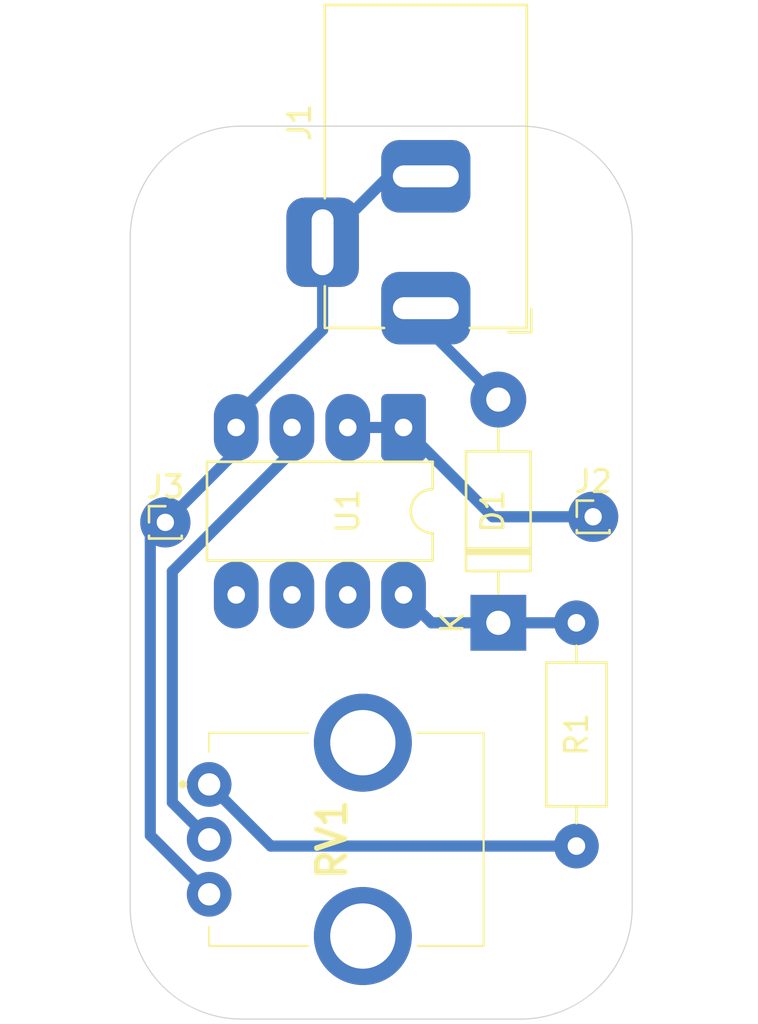
<source format=kicad_pcb>
(kicad_pcb (version 20241229) (generator "pcbnew") (generator_version "9.0")
  (layers (0 "F.Cu" signal) (2 "B.Cu" signal) (13 "F.Paste" user) (15 "B.Paste" user) (5 "F.SilkS" user "F.Silkscreen") (7 "B.SilkS" user "B.Silkscreen") (1 "F.Mask" user) (3 "B.Mask" user) (25 "Edge.Cuts" user))
  (net 0 "")
  (net 1 "VCC")
  (net 2 "Net-(D1-A)")
  (net 3 "GND")
  (net 4 "Net-(U1A-+)")
  (net 5 "Net-(R1-Pad2)")
  (net 6 "Net-(J2-Pin_1)")
  (footprint "MountingHole:MountingHole_2.2mm_M2" (layer "F.Cu") (at 29.21 29.21)
    (property "Reference" "REF**" (hide yes))
    (property "Value" "MountingHole_2.2mm_M2")
    (pad "" np_thru_hole circle (at 0 0) (size 2.2 2.2) (drill 2.2) (layers "*.Cu" "*.Mask"))
  )
  (footprint "Package_DIP:DIP-8_W7.62mm_LongPads" (layer "F.Cu") (at 37.846 39.116 -90)
    (property "Reference" "U1" (at 3.81 2.54 90) (layer "F.SilkS"))
    (property "Value" "LM358")
    (fp_line (start 1.56 8.95) (end 6.06 8.95) (stroke (width 0.12)) (layer "F.SilkS"))
    (fp_line (start 6.06 8.95) (end 6.06 -1.33) (stroke (width 0.12)) (layer "F.SilkS"))
    (fp_line (start 1.56 -1.33) (end 1.56 8.95) (stroke (width 0.12)) (layer "F.SilkS"))
    (fp_line (start 2.81 -1.33) (end 1.56 -1.33) (stroke (width 0.12)) (layer "F.SilkS"))
    (fp_line (start 6.06 -1.33) (end 4.81 -1.33) (stroke (width 0.12)) (layer "F.SilkS"))
    (fp_arc (start 4.81 -1.33) (mid 3.81 -0.33) (end 2.81 -1.33) (stroke (width 0.12)) (layer "F.SilkS"))
    (pad "1" thru_hole roundrect (at 0 0 270) (size 3.048 2.032) (drill 0.8) (layers "*.Cu" "*.Mask") (roundrect_rratio 0.1230314961) (net 6 "Net-(J2-Pin_1)"))
    (pad "2" thru_hole oval (at 0 2.54 270) (size 3.048 2.032) (drill 0.8) (layers "*.Cu" "*.Mask") (net 6 "Net-(J2-Pin_1)"))
    (pad "3" thru_hole oval (at 0 5.08 270) (size 3.048 2.032) (drill 0.8) (layers "*.Cu" "*.Mask") (net 4 "Net-(U1A-+)"))
    (pad "4" thru_hole oval (at 0 7.62 270) (size 3.048 2.032) (drill 0.8) (layers "*.Cu" "*.Mask") (net 3 "GND"))
    (pad "5" thru_hole oval (at 7.62 7.62 270) (size 3.048 2.032) (drill 0.8) (layers "*.Cu" "*.Mask"))
    (pad "6" thru_hole oval (at 7.62 5.08 270) (size 3.048 2.032) (drill 0.8) (layers "*.Cu" "*.Mask"))
    (pad "7" thru_hole oval (at 7.62 2.54 270) (size 3.048 2.032) (drill 0.8) (layers "*.Cu" "*.Mask"))
    (pad "8" thru_hole oval (at 7.62 0 270) (size 3.048 2.032) (drill 0.8) (layers "*.Cu" "*.Mask") (net 1 "VCC"))
  )
  (footprint "MountingHole:MountingHole_2.2mm_M2" (layer "F.Cu") (at 44.45 62.23)
    (property "Reference" "REF**" (hide yes))
    (property "Value" "MountingHole_2.2mm_M2")
    (pad "" np_thru_hole circle (at 0 0) (size 2.2 2.2) (drill 2.2) (layers "*.Cu" "*.Mask"))
  )
  (footprint "Resistor_THT:R_Axial_DIN0207_L6.3mm_D2.5mm_P10.16mm_Horizontal" (layer "F.Cu") (at 45.72 48.006 -90)
    (property "Reference" "R1" (at 5.08 0 90) (layer "F.SilkS"))
    (property "Value" "3k")
    (fp_line (start 1.81 1.37) (end 8.35 1.37) (stroke (width 0.12)) (layer "F.SilkS"))
    (fp_line (start 8.35 1.37) (end 8.35 -1.37) (stroke (width 0.12)) (layer "F.SilkS"))
    (fp_line (start 1.04 0) (end 1.81 0) (stroke (width 0.12)) (layer "F.SilkS"))
    (fp_line (start 9.12 0) (end 8.35 0) (stroke (width 0.12)) (layer "F.SilkS"))
    (fp_line (start 1.81 -1.37) (end 1.81 1.37) (stroke (width 0.12)) (layer "F.SilkS"))
    (fp_line (start 8.35 -1.37) (end 1.81 -1.37) (stroke (width 0.12)) (layer "F.SilkS"))
    (pad "1" thru_hole circle (at 0 0 270) (size 2.032 2.032) (drill 0.8) (layers "*.Cu" "*.Mask") (net 1 "VCC"))
    (pad "2" thru_hole circle (at 10.16 0 270) (size 2.032 2.032) (drill 0.8) (layers "*.Cu" "*.Mask") (net 5 "Net-(R1-Pad2)"))
  )
  (footprint "Connector_BarrelJack:BarrelJack_Horizontal" (layer "F.Cu") (at 38.862 33.686 -90)
    (property "Reference" "J1" (at -8.45 5.75 90) (layer "F.SilkS"))
    (property "Value" "Barrel_Jack_Switch")
    (fp_line (start -13.8 4.6) (end -13.8 -4.6) (stroke (width 0.12)) (layer "F.SilkS"))
    (fp_line (start -5 4.6) (end -13.8 4.6) (stroke (width 0.12)) (layer "F.SilkS"))
    (fp_line (start 0.9 4.6) (end -1 4.6) (stroke (width 0.12)) (layer "F.SilkS"))
    (fp_line (start 0.9 1.9) (end 0.9 4.6) (stroke (width 0.12)) (layer "F.SilkS"))
    (fp_line (start 1.1 -3.75) (end 1.1 -4.8) (stroke (width 0.12)) (layer "F.SilkS"))
    (fp_line (start -13.8 -4.6) (end 0.9 -4.6) (stroke (width 0.12)) (layer "F.SilkS"))
    (fp_line (start 0.9 -4.6) (end 0.9 -2) (stroke (width 0.12)) (layer "F.SilkS"))
    (fp_line (start 0.05 -4.8) (end 1.1 -4.8) (stroke (width 0.12)) (layer "F.SilkS"))
    (pad "1" thru_hole roundrect (at 0 0 270) (size 3.302 4.064) (drill oval 1 3) (layers "*.Cu" "*.Mask") (net 2 "Net-(D1-A)"))
    (pad "2" thru_hole roundrect (at -6 0 270) (size 3.302 4.064) (drill oval 1 3) (layers "*.Cu" "*.Mask") (net 3 "GND"))
    (pad "3" thru_hole roundrect (at -3 4.7) (size 3.302 4.064) (drill oval 1 3) (layers "*.Cu" "*.Mask") (net 3 "GND"))
  )
  (footprint "SamacSys_Parts:PTV09A4020FB103" (layer "F.Cu") (at 34.5948 57.8612 -90)
    (property "Reference" "RV1" (at 0 0 90) (layer "F.SilkS") (effects (font (size 1.27 1.27) (thickness 0.254))))
    (property "Value" "20k Lin" (hide yes))
    (fp_line (start -2.6 6.8) (end -2.6 6.8) (stroke (width 0.2)) (layer "F.SilkS"))
    (fp_line (start -2.4 6.8) (end -2.4 6.8) (stroke (width 0.2)) (layer "F.SilkS"))
    (fp_line (start -4.85 5.6) (end -4 5.6) (stroke (width 0.1)) (layer "F.SilkS"))
    (fp_line (start 4 5.6) (end 4.85 5.6) (stroke (width 0.1)) (layer "F.SilkS"))
    (fp_line (start 4.85 5.6) (end 4.85 1.1) (stroke (width 0.1)) (layer "F.SilkS"))
    (fp_line (start -4.85 1.1) (end -4.85 5.6) (stroke (width 0.1)) (layer "F.SilkS"))
    (fp_line (start -4.85 -3.9) (end -4.85 -6.9) (stroke (width 0.1)) (layer "F.SilkS"))
    (fp_line (start -4.85 -6.9) (end 4.85 -6.9) (stroke (width 0.1)) (layer "F.SilkS"))
    (fp_line (start 4.85 -6.9) (end 4.85 -3.9) (stroke (width 0.1)) (layer "F.SilkS"))
    (fp_arc (start -2.6 6.8) (mid -2.5 6.7) (end -2.4 6.8) (stroke (width 0.2)) (layer "F.SilkS"))
    (fp_arc (start -2.4 6.8) (mid -2.5 6.9) (end -2.6 6.8) (stroke (width 0.2)) (layer "F.SilkS"))
    (pad "1" thru_hole circle (at -2.5 5.6 270) (size 2.032 2.032) (drill 1.016) (layers "*.Cu" "*.Mask") (net 5 "Net-(R1-Pad2)"))
    (pad "2" thru_hole circle (at 0 5.6 270) (size 2.032 2.032) (drill 1.016) (layers "*.Cu" "*.Mask") (net 4 "Net-(U1A-+)"))
    (pad "3" thru_hole circle (at 2.5 5.6 270) (size 2.032 2.032) (drill 1.016) (layers "*.Cu" "*.Mask") (net 3 "GND"))
    (pad "4" thru_hole circle (at -4.4 -1.4 270) (size 4.46 4.46) (drill 2.9732) (layers "*.Cu" "*.Mask"))
    (pad "5" thru_hole circle (at 4.4 -1.4 270) (size 4.46 4.46) (drill 2.9732) (layers "*.Cu" "*.Mask"))
  )
  (footprint "Connector_PinHeader_1.00mm:PinHeader_1x01_P1.00mm_Vertical" (layer "F.Cu") (at 27.0002 43.434)
    (property "Reference" "J3" (at 0 -1.61 0) (layer "F.SilkS"))
    (property "Value" "Conn_01x01_Socket")
    (fp_line (start -0.745 -0.735) (end 0 -0.735) (stroke (width 0.12)) (layer "F.SilkS"))
    (fp_line (start -0.745 0) (end -0.745 -0.735) (stroke (width 0.12)) (layer "F.SilkS"))
    (fp_line (start -0.745 0.735) (end -0.745 0.61) (stroke (width 0.12)) (layer "F.SilkS"))
    (fp_line (start -0.745 0.735) (end -0.685565 0.735) (stroke (width 0.12)) (layer "F.SilkS"))
    (fp_line (start -0.745 0.735) (end 0.745 0.735) (stroke (width 0.12)) (layer "F.SilkS"))
    (fp_line (start 0.685565 0.735) (end 0.745 0.735) (stroke (width 0.12)) (layer "F.SilkS"))
    (fp_line (start 0.745 0.735) (end 0.745 0.61) (stroke (width 0.12)) (layer "F.SilkS"))
    (pad "1" thru_hole circle (at 0 0) (size 2.286 2.286) (drill 0.7874) (layers "*.Cu" "*.Mask") (net 3 "GND"))
  )
  (footprint "Connector_PinHeader_1.00mm:PinHeader_1x01_P1.00mm_Vertical" (layer "F.Cu") (at 46.482 43.18)
    (property "Reference" "J2" (at 0 -1.61 0) (layer "F.SilkS"))
    (property "Value" "Conn_01x01_Socket")
    (fp_line (start -0.745 -0.735) (end 0 -0.735) (stroke (width 0.12)) (layer "F.SilkS"))
    (fp_line (start -0.745 0) (end -0.745 -0.735) (stroke (width 0.12)) (layer "F.SilkS"))
    (fp_line (start -0.745 0.735) (end -0.745 0.61) (stroke (width 0.12)) (layer "F.SilkS"))
    (fp_line (start -0.745 0.735) (end -0.685565 0.735) (stroke (width 0.12)) (layer "F.SilkS"))
    (fp_line (start -0.745 0.735) (end 0.745 0.735) (stroke (width 0.12)) (layer "F.SilkS"))
    (fp_line (start 0.685565 0.735) (end 0.745 0.735) (stroke (width 0.12)) (layer "F.SilkS"))
    (fp_line (start 0.745 0.735) (end 0.745 0.61) (stroke (width 0.12)) (layer "F.SilkS"))
    (pad "1" thru_hole circle (at 0 0) (size 2.286 2.286) (drill 0.7874) (layers "*.Cu" "*.Mask") (net 6 "Net-(J2-Pin_1)"))
  )
  (footprint "Diode_THT:D_DO-41_SOD81_P10.16mm_Horizontal" (layer "F.Cu") (at 42.164 48.006 90)
    (property "Reference" "D1" (at 5.08 -0.254 90) (layer "F.SilkS"))
    (property "Value" "1N4004")
    (fp_line (start 7.8 -1.47) (end 2.36 -1.47) (stroke (width 0.12)) (layer "F.SilkS"))
    (fp_line (start 3.38 -1.47) (end 3.38 1.47) (stroke (width 0.12)) (layer "F.SilkS"))
    (fp_line (start 3.26 -1.47) (end 3.26 1.47) (stroke (width 0.12)) (layer "F.SilkS"))
    (fp_line (start 3.14 -1.47) (end 3.14 1.47) (stroke (width 0.12)) (layer "F.SilkS"))
    (fp_line (start 2.36 -1.47) (end 2.36 1.47) (stroke (width 0.12)) (layer "F.SilkS"))
    (fp_line (start 8.82 0) (end 7.8 0) (stroke (width 0.12)) (layer "F.SilkS"))
    (fp_line (start 1.34 0) (end 2.36 0) (stroke (width 0.12)) (layer "F.SilkS"))
    (fp_line (start 7.8 1.47) (end 7.8 -1.47) (stroke (width 0.12)) (layer "F.SilkS"))
    (fp_line (start 2.36 1.47) (end 7.8 1.47) (stroke (width 0.12)) (layer "F.SilkS"))
    (fp_text user "K" (at 0 -2.1 90) (layer "F.SilkS"))
    (pad "1" thru_hole rect (at 0 0 90) (size 2.54 2.54) (drill 1.1) (layers "*.Cu" "*.Mask") (net 1 "VCC"))
    (pad "2" thru_hole circle (at 10.16 0 90) (size 2.54 2.54) (drill 1.1) (layers "*.Cu" "*.Mask") (net 2 "Net-(D1-A)"))
  )
  (gr_arc (start 25.4 30.48) (mid 26.887898 26.887898) (end 30.48 25.4) (stroke (width 0.05)) (layer "Edge.Cuts"))
  (gr_line (start 43.18 66.04) (end 30.48 66.04) (stroke (width 0.05)) (layer "Edge.Cuts"))
  (gr_line (start 25.4 60.96) (end 25.4 30.48) (stroke (width 0.05)) (layer "Edge.Cuts"))
  (gr_arc (start 43.18 25.4) (mid 46.772102 26.887898) (end 48.26 30.48) (stroke (width 0.05)) (layer "Edge.Cuts"))
  (gr_arc (start 48.26 60.96) (mid 46.772102 64.552102) (end 43.18 66.04) (stroke (width 0.05)) (layer "Edge.Cuts"))
  (gr_line (start 48.26 30.48) (end 48.26 60.96) (stroke (width 0.05)) (layer "Edge.Cuts"))
  (gr_line (start 30.48 25.4) (end 43.18 25.4) (stroke (width 0.05)) (layer "Edge.Cuts"))
  (gr_arc (start 30.48 66.04) (mid 26.887898 64.552102) (end 25.4 60.96) (stroke (width 0.05)) (layer "Edge.Cuts"))
  (segment (start 45.72 48.006) (end 42.164 48.006) (width 0.508) (layer "B.Cu") (net 1))
  (segment (start 39.116 48.006) (end 37.846 46.736) (width 0.508) (layer "B.Cu") (net 1))
  (segment (start 42.164 48.006) (end 39.116 48.006) (width 0.508) (layer "B.Cu") (net 1))
  (segment (start 38.862 34.544) (end 38.862 33.686) (width 0.508) (layer "B.Cu") (net 2))
  (segment (start 42.164 37.846) (end 38.862 34.544) (width 0.508) (layer "B.Cu") (net 2))
  (segment (start 34.162 34.672) (end 34.162 30.686) (width 0.508) (layer "B.Cu") (net 3))
  (segment (start 30.226 39.116) (end 30.226 38.608) (width 0.508) (layer "B.Cu") (net 3))
  (segment (start 27.0002 43.434) (end 26.3144 44.1198) (width 0.508) (layer "B.Cu") (net 3))
  (segment (start 30.226 40.2082) (end 30.226 39.116) (width 0.508) (layer "B.Cu") (net 3))
  (segment (start 27.0002 43.434) (end 30.226 40.2082) (width 0.508) (layer "B.Cu") (net 3))
  (segment (start 26.3144 44.1198) (end 26.3144 57.6808) (width 0.508) (layer "B.Cu") (net 3))
  (segment (start 26.3144 57.6808) (end 28.9948 60.3612) (width 0.508) (layer "B.Cu") (net 3))
  (segment (start 38.862 27.686) (end 37.162 27.686) (width 0.508) (layer "B.Cu") (net 3))
  (segment (start 30.226 38.608) (end 34.162 34.672) (width 0.508) (layer "B.Cu") (net 3))
  (segment (start 37.162 27.686) (end 34.162 30.686) (width 0.508) (layer "B.Cu") (net 3))
  (segment (start 28.9948 57.8612) (end 27.3174 56.1838) (width 0.508) (layer "B.Cu") (net 4))
  (segment (start 27.3174 45.668607) (end 32.766 40.220007) (width 0.508) (layer "B.Cu") (net 4))
  (segment (start 27.3174 56.1838) (end 27.3174 45.668607) (width 0.508) (layer "B.Cu") (net 4))
  (segment (start 32.766 40.220007) (end 32.766 39.116) (width 0.508) (layer "B.Cu") (net 4))
  (segment (start 45.72 58.166) (end 31.7996 58.166) (width 0.508) (layer "B.Cu") (net 5))
  (segment (start 31.7996 58.166) (end 28.9948 55.3612) (width 0.508) (layer "B.Cu") (net 5))
  (segment (start 41.91 43.18) (end 46.482 43.18) (width 0.508) (layer "B.Cu") (net 6))
  (segment (start 35.306 39.116) (end 37.846 39.116) (width 0.508) (layer "B.Cu") (net 6))
  (segment (start 37.846 39.116) (end 41.91 43.18) (width 0.508) (layer "B.Cu") (net 6))
)
</source>
